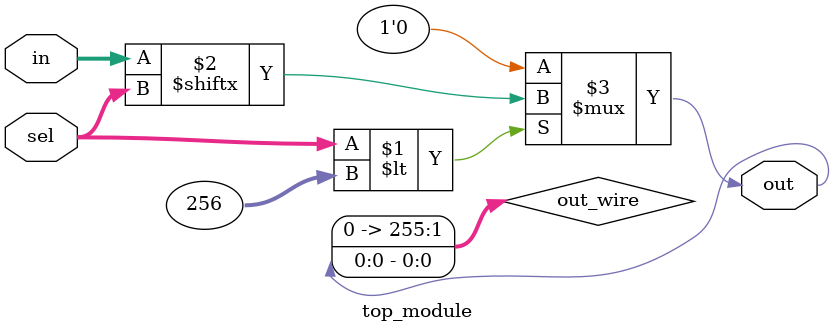
<source format=sv>
module top_module (
	input [255:0] in,
	input [7:0] sel,
	output  out
);

wire [255:0] out_wire;

assign out_wire = sel < 256 ? in[sel] : 1'b0;
assign out = out_wire;

endmodule

</source>
